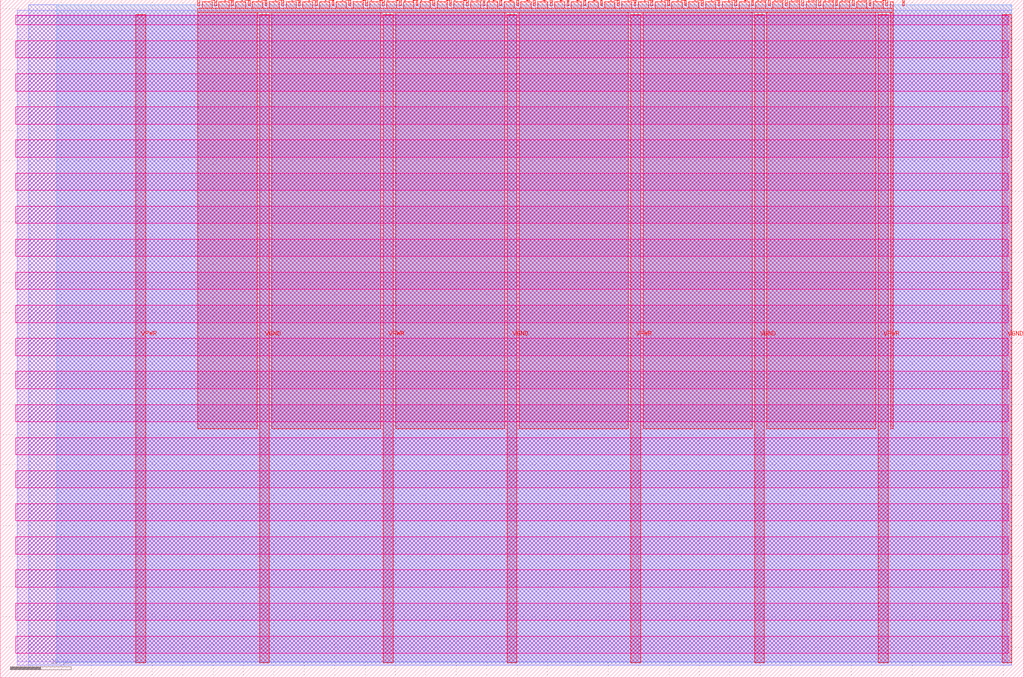
<source format=lef>
VERSION 5.7 ;
  NOWIREEXTENSIONATPIN ON ;
  DIVIDERCHAR "/" ;
  BUSBITCHARS "[]" ;
MACRO tt_um_adaptive_lif_dup
  CLASS BLOCK ;
  FOREIGN tt_um_adaptive_lif_dup ;
  ORIGIN 0.000 0.000 ;
  SIZE 168.360 BY 111.520 ;
  PIN VGND
    DIRECTION INOUT ;
    USE GROUND ;
    PORT
      LAYER met4 ;
        RECT 42.670 2.480 44.270 109.040 ;
    END
    PORT
      LAYER met4 ;
        RECT 83.380 2.480 84.980 109.040 ;
    END
    PORT
      LAYER met4 ;
        RECT 124.090 2.480 125.690 109.040 ;
    END
    PORT
      LAYER met4 ;
        RECT 164.800 2.480 166.400 109.040 ;
    END
  END VGND
  PIN VPWR
    DIRECTION INOUT ;
    USE POWER ;
    PORT
      LAYER met4 ;
        RECT 22.315 2.480 23.915 109.040 ;
    END
    PORT
      LAYER met4 ;
        RECT 63.025 2.480 64.625 109.040 ;
    END
    PORT
      LAYER met4 ;
        RECT 103.735 2.480 105.335 109.040 ;
    END
    PORT
      LAYER met4 ;
        RECT 144.445 2.480 146.045 109.040 ;
    END
  END VPWR
  PIN clk
    DIRECTION INPUT ;
    USE SIGNAL ;
    ANTENNAGATEAREA 0.852000 ;
    PORT
      LAYER met4 ;
        RECT 145.670 110.520 145.970 111.520 ;
    END
  END clk
  PIN ena
    DIRECTION INPUT ;
    USE SIGNAL ;
    PORT
      LAYER met4 ;
        RECT 148.430 110.520 148.730 111.520 ;
    END
  END ena
  PIN rst_n
    DIRECTION INPUT ;
    USE SIGNAL ;
    ANTENNAGATEAREA 0.213000 ;
    PORT
      LAYER met4 ;
        RECT 142.910 110.520 143.210 111.520 ;
    END
  END rst_n
  PIN ui_in[0]
    DIRECTION INPUT ;
    USE SIGNAL ;
    ANTENNAGATEAREA 0.196500 ;
    PORT
      LAYER met4 ;
        RECT 140.150 110.520 140.450 111.520 ;
    END
  END ui_in[0]
  PIN ui_in[1]
    DIRECTION INPUT ;
    USE SIGNAL ;
    ANTENNAGATEAREA 0.196500 ;
    PORT
      LAYER met4 ;
        RECT 137.390 110.520 137.690 111.520 ;
    END
  END ui_in[1]
  PIN ui_in[2]
    DIRECTION INPUT ;
    USE SIGNAL ;
    ANTENNAGATEAREA 0.196500 ;
    PORT
      LAYER met4 ;
        RECT 134.630 110.520 134.930 111.520 ;
    END
  END ui_in[2]
  PIN ui_in[3]
    DIRECTION INPUT ;
    USE SIGNAL ;
    ANTENNAGATEAREA 0.196500 ;
    PORT
      LAYER met4 ;
        RECT 131.870 110.520 132.170 111.520 ;
    END
  END ui_in[3]
  PIN ui_in[4]
    DIRECTION INPUT ;
    USE SIGNAL ;
    ANTENNAGATEAREA 0.196500 ;
    PORT
      LAYER met4 ;
        RECT 129.110 110.520 129.410 111.520 ;
    END
  END ui_in[4]
  PIN ui_in[5]
    DIRECTION INPUT ;
    USE SIGNAL ;
    ANTENNAGATEAREA 0.213000 ;
    PORT
      LAYER met4 ;
        RECT 126.350 110.520 126.650 111.520 ;
    END
  END ui_in[5]
  PIN ui_in[6]
    DIRECTION INPUT ;
    USE SIGNAL ;
    ANTENNAGATEAREA 0.196500 ;
    PORT
      LAYER met4 ;
        RECT 123.590 110.520 123.890 111.520 ;
    END
  END ui_in[6]
  PIN ui_in[7]
    DIRECTION INPUT ;
    USE SIGNAL ;
    ANTENNAGATEAREA 0.196500 ;
    PORT
      LAYER met4 ;
        RECT 120.830 110.520 121.130 111.520 ;
    END
  END ui_in[7]
  PIN uio_in[0]
    DIRECTION INPUT ;
    USE SIGNAL ;
    ANTENNAGATEAREA 0.213000 ;
    PORT
      LAYER met4 ;
        RECT 118.070 110.520 118.370 111.520 ;
    END
  END uio_in[0]
  PIN uio_in[1]
    DIRECTION INPUT ;
    USE SIGNAL ;
    ANTENNAGATEAREA 0.196500 ;
    PORT
      LAYER met4 ;
        RECT 115.310 110.520 115.610 111.520 ;
    END
  END uio_in[1]
  PIN uio_in[2]
    DIRECTION INPUT ;
    USE SIGNAL ;
    PORT
      LAYER met4 ;
        RECT 112.550 110.520 112.850 111.520 ;
    END
  END uio_in[2]
  PIN uio_in[3]
    DIRECTION INPUT ;
    USE SIGNAL ;
    PORT
      LAYER met4 ;
        RECT 109.790 110.520 110.090 111.520 ;
    END
  END uio_in[3]
  PIN uio_in[4]
    DIRECTION INPUT ;
    USE SIGNAL ;
    PORT
      LAYER met4 ;
        RECT 107.030 110.520 107.330 111.520 ;
    END
  END uio_in[4]
  PIN uio_in[5]
    DIRECTION INPUT ;
    USE SIGNAL ;
    PORT
      LAYER met4 ;
        RECT 104.270 110.520 104.570 111.520 ;
    END
  END uio_in[5]
  PIN uio_in[6]
    DIRECTION INPUT ;
    USE SIGNAL ;
    PORT
      LAYER met4 ;
        RECT 101.510 110.520 101.810 111.520 ;
    END
  END uio_in[6]
  PIN uio_in[7]
    DIRECTION INPUT ;
    USE SIGNAL ;
    PORT
      LAYER met4 ;
        RECT 98.750 110.520 99.050 111.520 ;
    END
  END uio_in[7]
  PIN uio_oe[0]
    DIRECTION OUTPUT TRISTATE ;
    USE SIGNAL ;
    PORT
      LAYER met4 ;
        RECT 51.830 110.520 52.130 111.520 ;
    END
  END uio_oe[0]
  PIN uio_oe[1]
    DIRECTION OUTPUT TRISTATE ;
    USE SIGNAL ;
    PORT
      LAYER met4 ;
        RECT 49.070 110.520 49.370 111.520 ;
    END
  END uio_oe[1]
  PIN uio_oe[2]
    DIRECTION OUTPUT TRISTATE ;
    USE SIGNAL ;
    PORT
      LAYER met4 ;
        RECT 46.310 110.520 46.610 111.520 ;
    END
  END uio_oe[2]
  PIN uio_oe[3]
    DIRECTION OUTPUT TRISTATE ;
    USE SIGNAL ;
    PORT
      LAYER met4 ;
        RECT 43.550 110.520 43.850 111.520 ;
    END
  END uio_oe[3]
  PIN uio_oe[4]
    DIRECTION OUTPUT TRISTATE ;
    USE SIGNAL ;
    PORT
      LAYER met4 ;
        RECT 40.790 110.520 41.090 111.520 ;
    END
  END uio_oe[4]
  PIN uio_oe[5]
    DIRECTION OUTPUT TRISTATE ;
    USE SIGNAL ;
    PORT
      LAYER met4 ;
        RECT 38.030 110.520 38.330 111.520 ;
    END
  END uio_oe[5]
  PIN uio_oe[6]
    DIRECTION OUTPUT TRISTATE ;
    USE SIGNAL ;
    PORT
      LAYER met4 ;
        RECT 35.270 110.520 35.570 111.520 ;
    END
  END uio_oe[6]
  PIN uio_oe[7]
    DIRECTION OUTPUT TRISTATE ;
    USE SIGNAL ;
    PORT
      LAYER met4 ;
        RECT 32.510 110.520 32.810 111.520 ;
    END
  END uio_oe[7]
  PIN uio_out[0]
    DIRECTION OUTPUT TRISTATE ;
    USE SIGNAL ;
    PORT
      LAYER met4 ;
        RECT 73.910 110.520 74.210 111.520 ;
    END
  END uio_out[0]
  PIN uio_out[1]
    DIRECTION OUTPUT TRISTATE ;
    USE SIGNAL ;
    PORT
      LAYER met4 ;
        RECT 71.150 110.520 71.450 111.520 ;
    END
  END uio_out[1]
  PIN uio_out[2]
    DIRECTION OUTPUT TRISTATE ;
    USE SIGNAL ;
    PORT
      LAYER met4 ;
        RECT 68.390 110.520 68.690 111.520 ;
    END
  END uio_out[2]
  PIN uio_out[3]
    DIRECTION OUTPUT TRISTATE ;
    USE SIGNAL ;
    PORT
      LAYER met4 ;
        RECT 65.630 110.520 65.930 111.520 ;
    END
  END uio_out[3]
  PIN uio_out[4]
    DIRECTION OUTPUT TRISTATE ;
    USE SIGNAL ;
    PORT
      LAYER met4 ;
        RECT 62.870 110.520 63.170 111.520 ;
    END
  END uio_out[4]
  PIN uio_out[5]
    DIRECTION OUTPUT TRISTATE ;
    USE SIGNAL ;
    PORT
      LAYER met4 ;
        RECT 60.110 110.520 60.410 111.520 ;
    END
  END uio_out[5]
  PIN uio_out[6]
    DIRECTION OUTPUT TRISTATE ;
    USE SIGNAL ;
    PORT
      LAYER met4 ;
        RECT 57.350 110.520 57.650 111.520 ;
    END
  END uio_out[6]
  PIN uio_out[7]
    DIRECTION OUTPUT TRISTATE ;
    USE SIGNAL ;
    ANTENNADIFFAREA 0.795200 ;
    PORT
      LAYER met4 ;
        RECT 54.590 110.520 54.890 111.520 ;
    END
  END uio_out[7]
  PIN uo_out[0]
    DIRECTION OUTPUT TRISTATE ;
    USE SIGNAL ;
    ANTENNAGATEAREA 0.780000 ;
    ANTENNADIFFAREA 0.891000 ;
    PORT
      LAYER met4 ;
        RECT 95.990 110.520 96.290 111.520 ;
    END
  END uo_out[0]
  PIN uo_out[1]
    DIRECTION OUTPUT TRISTATE ;
    USE SIGNAL ;
    ANTENNAGATEAREA 1.455000 ;
    ANTENNADIFFAREA 0.891000 ;
    PORT
      LAYER met4 ;
        RECT 93.230 110.520 93.530 111.520 ;
    END
  END uo_out[1]
  PIN uo_out[2]
    DIRECTION OUTPUT TRISTATE ;
    USE SIGNAL ;
    ANTENNAGATEAREA 2.076000 ;
    ANTENNADIFFAREA 0.891000 ;
    PORT
      LAYER met4 ;
        RECT 90.470 110.520 90.770 111.520 ;
    END
  END uo_out[2]
  PIN uo_out[3]
    DIRECTION OUTPUT TRISTATE ;
    USE SIGNAL ;
    ANTENNAGATEAREA 1.212000 ;
    ANTENNADIFFAREA 0.891000 ;
    PORT
      LAYER met4 ;
        RECT 87.710 110.520 88.010 111.520 ;
    END
  END uo_out[3]
  PIN uo_out[4]
    DIRECTION OUTPUT TRISTATE ;
    USE SIGNAL ;
    ANTENNAGATEAREA 1.828500 ;
    ANTENNADIFFAREA 0.891000 ;
    PORT
      LAYER met4 ;
        RECT 84.950 110.520 85.250 111.520 ;
    END
  END uo_out[4]
  PIN uo_out[5]
    DIRECTION OUTPUT TRISTATE ;
    USE SIGNAL ;
    ANTENNAGATEAREA 1.086000 ;
    ANTENNADIFFAREA 0.891000 ;
    PORT
      LAYER met4 ;
        RECT 82.190 110.520 82.490 111.520 ;
    END
  END uo_out[5]
  PIN uo_out[6]
    DIRECTION OUTPUT TRISTATE ;
    USE SIGNAL ;
    ANTENNAGATEAREA 1.702500 ;
    ANTENNADIFFAREA 0.891000 ;
    PORT
      LAYER met4 ;
        RECT 79.430 110.520 79.730 111.520 ;
    END
  END uo_out[6]
  PIN uo_out[7]
    DIRECTION OUTPUT TRISTATE ;
    USE SIGNAL ;
    ANTENNAGATEAREA 1.896000 ;
    ANTENNADIFFAREA 0.891000 ;
    PORT
      LAYER met4 ;
        RECT 76.670 110.520 76.970 111.520 ;
    END
  END uo_out[7]
  OBS
      LAYER nwell ;
        RECT 2.570 107.385 165.790 108.990 ;
        RECT 2.570 101.945 165.790 104.775 ;
        RECT 2.570 96.505 165.790 99.335 ;
        RECT 2.570 91.065 165.790 93.895 ;
        RECT 2.570 85.625 165.790 88.455 ;
        RECT 2.570 80.185 165.790 83.015 ;
        RECT 2.570 74.745 165.790 77.575 ;
        RECT 2.570 69.305 165.790 72.135 ;
        RECT 2.570 63.865 165.790 66.695 ;
        RECT 2.570 58.425 165.790 61.255 ;
        RECT 2.570 52.985 165.790 55.815 ;
        RECT 2.570 47.545 165.790 50.375 ;
        RECT 2.570 42.105 165.790 44.935 ;
        RECT 2.570 36.665 165.790 39.495 ;
        RECT 2.570 31.225 165.790 34.055 ;
        RECT 2.570 25.785 165.790 28.615 ;
        RECT 2.570 20.345 165.790 23.175 ;
        RECT 2.570 14.905 165.790 17.735 ;
        RECT 2.570 9.465 165.790 12.295 ;
        RECT 2.570 4.025 165.790 6.855 ;
      LAYER li1 ;
        RECT 2.760 2.635 165.600 108.885 ;
      LAYER met1 ;
        RECT 2.760 2.080 166.400 109.780 ;
      LAYER met2 ;
        RECT 4.700 2.050 166.370 110.685 ;
      LAYER met3 ;
        RECT 9.265 2.555 166.390 110.665 ;
      LAYER met4 ;
        RECT 33.210 110.120 34.870 111.170 ;
        RECT 35.970 110.120 37.630 111.170 ;
        RECT 38.730 110.120 40.390 111.170 ;
        RECT 41.490 110.120 43.150 111.170 ;
        RECT 44.250 110.120 45.910 111.170 ;
        RECT 47.010 110.120 48.670 111.170 ;
        RECT 49.770 110.120 51.430 111.170 ;
        RECT 52.530 110.120 54.190 111.170 ;
        RECT 55.290 110.120 56.950 111.170 ;
        RECT 58.050 110.120 59.710 111.170 ;
        RECT 60.810 110.120 62.470 111.170 ;
        RECT 63.570 110.120 65.230 111.170 ;
        RECT 66.330 110.120 67.990 111.170 ;
        RECT 69.090 110.120 70.750 111.170 ;
        RECT 71.850 110.120 73.510 111.170 ;
        RECT 74.610 110.120 76.270 111.170 ;
        RECT 77.370 110.120 79.030 111.170 ;
        RECT 80.130 110.120 81.790 111.170 ;
        RECT 82.890 110.120 84.550 111.170 ;
        RECT 85.650 110.120 87.310 111.170 ;
        RECT 88.410 110.120 90.070 111.170 ;
        RECT 91.170 110.120 92.830 111.170 ;
        RECT 93.930 110.120 95.590 111.170 ;
        RECT 96.690 110.120 98.350 111.170 ;
        RECT 99.450 110.120 101.110 111.170 ;
        RECT 102.210 110.120 103.870 111.170 ;
        RECT 104.970 110.120 106.630 111.170 ;
        RECT 107.730 110.120 109.390 111.170 ;
        RECT 110.490 110.120 112.150 111.170 ;
        RECT 113.250 110.120 114.910 111.170 ;
        RECT 116.010 110.120 117.670 111.170 ;
        RECT 118.770 110.120 120.430 111.170 ;
        RECT 121.530 110.120 123.190 111.170 ;
        RECT 124.290 110.120 125.950 111.170 ;
        RECT 127.050 110.120 128.710 111.170 ;
        RECT 129.810 110.120 131.470 111.170 ;
        RECT 132.570 110.120 134.230 111.170 ;
        RECT 135.330 110.120 136.990 111.170 ;
        RECT 138.090 110.120 139.750 111.170 ;
        RECT 140.850 110.120 142.510 111.170 ;
        RECT 143.610 110.120 145.270 111.170 ;
        RECT 146.370 110.120 146.905 111.170 ;
        RECT 32.495 109.440 146.905 110.120 ;
        RECT 32.495 40.975 42.270 109.440 ;
        RECT 44.670 40.975 62.625 109.440 ;
        RECT 65.025 40.975 82.980 109.440 ;
        RECT 85.380 40.975 103.335 109.440 ;
        RECT 105.735 40.975 123.690 109.440 ;
        RECT 126.090 40.975 144.045 109.440 ;
        RECT 146.445 40.975 146.905 109.440 ;
  END
END tt_um_adaptive_lif_dup
END LIBRARY


</source>
